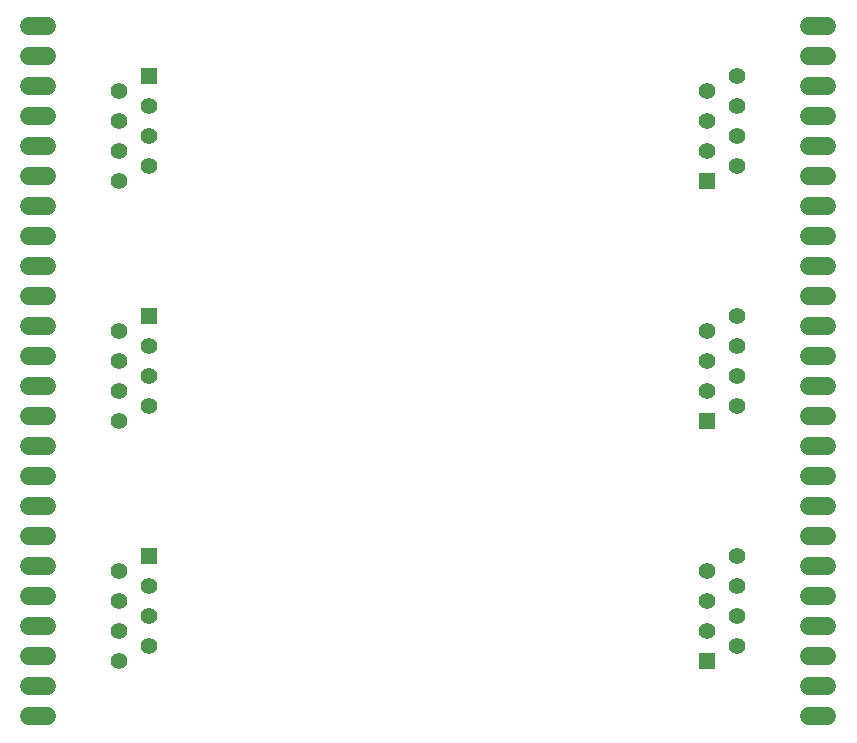
<source format=gbl>
G75*
%MOIN*%
%OFA0B0*%
%FSLAX24Y24*%
%IPPOS*%
%LPD*%
%AMOC8*
5,1,8,0,0,1.08239X$1,22.5*
%
%ADD10C,0.0554*%
%ADD11R,0.0554X0.0554*%
%ADD12C,0.0600*%
D10*
X004600Y003033D03*
X005600Y003533D03*
X004600Y004033D03*
X005600Y004533D03*
X004600Y005033D03*
X005600Y005533D03*
X004600Y006033D03*
X004600Y011033D03*
X005600Y011533D03*
X004600Y012033D03*
X005600Y012533D03*
X004600Y013033D03*
X005600Y013533D03*
X004600Y014033D03*
X004600Y019033D03*
X005600Y019533D03*
X005600Y020533D03*
X004600Y020033D03*
X004600Y021033D03*
X005600Y021533D03*
X004600Y022033D03*
X024200Y022033D03*
X024200Y021033D03*
X024200Y020033D03*
X025200Y019533D03*
X025200Y020533D03*
X025200Y021533D03*
X025200Y022533D03*
X025200Y014533D03*
X025200Y013533D03*
X025200Y012533D03*
X025200Y011533D03*
X024200Y012033D03*
X024200Y013033D03*
X024200Y014033D03*
X025200Y006533D03*
X025200Y005533D03*
X025200Y004533D03*
X025200Y003533D03*
X024200Y004033D03*
X024200Y005033D03*
X024200Y006033D03*
D11*
X024200Y003033D03*
X024200Y011033D03*
X024200Y019033D03*
X005600Y022533D03*
X005600Y014533D03*
X005600Y006533D03*
D12*
X002200Y001183D02*
X001600Y001183D01*
X001600Y002183D02*
X002200Y002183D01*
X002200Y003183D02*
X001600Y003183D01*
X001600Y004183D02*
X002200Y004183D01*
X002200Y005183D02*
X001600Y005183D01*
X001600Y006183D02*
X002200Y006183D01*
X002200Y007183D02*
X001600Y007183D01*
X001600Y008183D02*
X002200Y008183D01*
X002200Y009183D02*
X001600Y009183D01*
X001600Y010183D02*
X002200Y010183D01*
X002200Y011183D02*
X001600Y011183D01*
X001600Y012183D02*
X002200Y012183D01*
X002200Y013183D02*
X001600Y013183D01*
X001600Y014183D02*
X002200Y014183D01*
X002200Y015183D02*
X001600Y015183D01*
X001600Y016183D02*
X002200Y016183D01*
X002200Y017183D02*
X001600Y017183D01*
X001600Y018183D02*
X002200Y018183D01*
X002200Y019183D02*
X001600Y019183D01*
X001600Y020183D02*
X002200Y020183D01*
X002200Y021183D02*
X001600Y021183D01*
X001600Y022183D02*
X002200Y022183D01*
X002200Y023183D02*
X001600Y023183D01*
X001600Y024183D02*
X002200Y024183D01*
X027600Y024183D02*
X028200Y024183D01*
X028200Y023183D02*
X027600Y023183D01*
X027600Y022183D02*
X028200Y022183D01*
X028200Y021183D02*
X027600Y021183D01*
X027600Y020183D02*
X028200Y020183D01*
X028200Y019183D02*
X027600Y019183D01*
X027600Y018183D02*
X028200Y018183D01*
X028200Y017183D02*
X027600Y017183D01*
X027600Y016183D02*
X028200Y016183D01*
X028200Y015183D02*
X027600Y015183D01*
X027600Y014183D02*
X028200Y014183D01*
X028200Y013183D02*
X027600Y013183D01*
X027600Y012183D02*
X028200Y012183D01*
X028200Y011183D02*
X027600Y011183D01*
X027600Y010183D02*
X028200Y010183D01*
X028200Y009183D02*
X027600Y009183D01*
X027600Y008183D02*
X028200Y008183D01*
X028200Y007183D02*
X027600Y007183D01*
X027600Y006183D02*
X028200Y006183D01*
X028200Y005183D02*
X027600Y005183D01*
X027600Y004183D02*
X028200Y004183D01*
X028200Y003183D02*
X027600Y003183D01*
X027600Y002183D02*
X028200Y002183D01*
X028200Y001183D02*
X027600Y001183D01*
M02*

</source>
